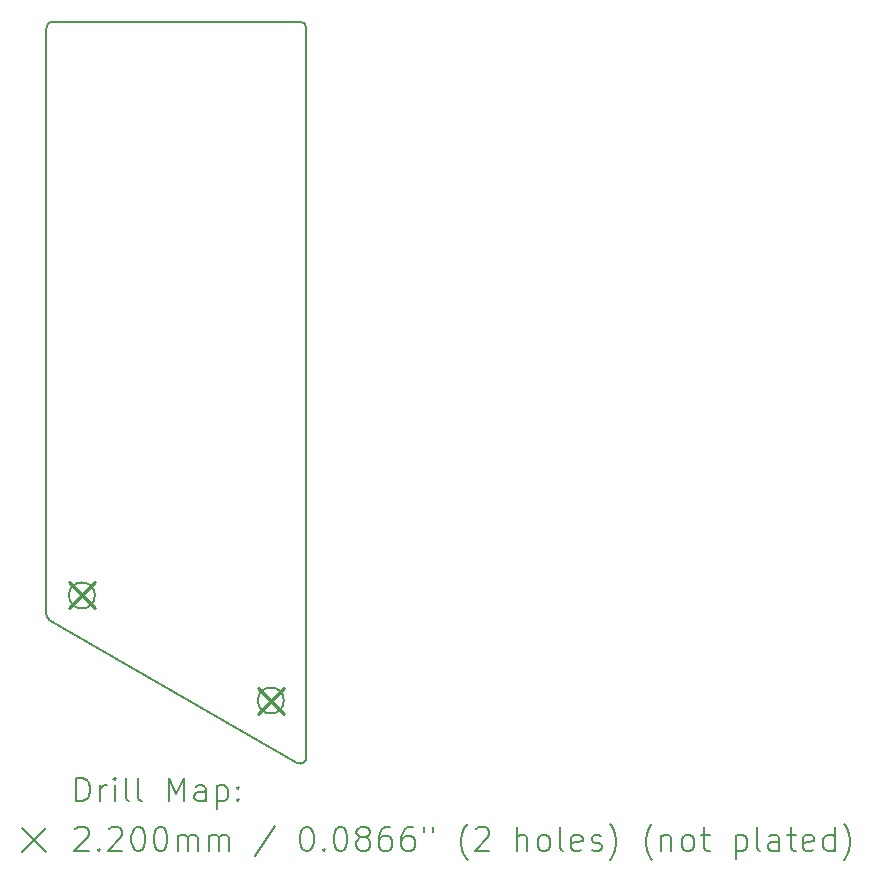
<source format=gbr>
%TF.GenerationSoftware,KiCad,Pcbnew,8.0.6+1*%
%TF.CreationDate,2024-11-30T16:17:36+00:00*%
%TF.ProjectId,controller_overlay,636f6e74-726f-46c6-9c65-725f6f766572,0.2*%
%TF.SameCoordinates,Original*%
%TF.FileFunction,Drillmap*%
%TF.FilePolarity,Positive*%
%FSLAX45Y45*%
G04 Gerber Fmt 4.5, Leading zero omitted, Abs format (unit mm)*
G04 Created by KiCad (PCBNEW 8.0.6+1) date 2024-11-30 16:17:36*
%MOMM*%
%LPD*%
G01*
G04 APERTURE LIST*
%ADD10C,0.150000*%
%ADD11C,0.200000*%
%ADD12C,0.220000*%
G04 APERTURE END LIST*
D10*
X18200000Y-10930848D02*
X18200000Y-5962500D01*
X18250000Y-5912500D02*
X20350000Y-5912500D01*
X20400000Y-5962500D02*
X20400000Y-12143284D01*
X20325000Y-12186585D02*
X18225000Y-10974150D01*
X18200000Y-5962500D02*
G75*
G02*
X18250000Y-5912500I50000J0D01*
G01*
X20350000Y-5912500D02*
G75*
G02*
X20400000Y-5962500I0J-50000D01*
G01*
X20400000Y-12143284D02*
G75*
G02*
X20324988Y-12186606I-50000J-28D01*
G01*
X18225000Y-10974150D02*
G75*
G02*
X18200002Y-10930848I25000J43300D01*
G01*
X18610000Y-10770000D02*
G75*
G02*
X18390000Y-10770000I-110000J0D01*
G01*
X18390000Y-10770000D02*
G75*
G02*
X18610000Y-10770000I110000J0D01*
G01*
X20210000Y-11660000D02*
G75*
G02*
X19990000Y-11660000I-110000J0D01*
G01*
X19990000Y-11660000D02*
G75*
G02*
X20210000Y-11660000I110000J0D01*
G01*
D11*
D12*
X18390000Y-10660000D02*
X18610000Y-10880000D01*
X18610000Y-10660000D02*
X18390000Y-10880000D01*
X19990000Y-11550000D02*
X20210000Y-11770000D01*
X20210000Y-11550000D02*
X19990000Y-11770000D01*
D11*
X18453277Y-12512296D02*
X18453277Y-12312296D01*
X18453277Y-12312296D02*
X18500896Y-12312296D01*
X18500896Y-12312296D02*
X18529467Y-12321820D01*
X18529467Y-12321820D02*
X18548515Y-12340867D01*
X18548515Y-12340867D02*
X18558039Y-12359915D01*
X18558039Y-12359915D02*
X18567563Y-12398010D01*
X18567563Y-12398010D02*
X18567563Y-12426582D01*
X18567563Y-12426582D02*
X18558039Y-12464677D01*
X18558039Y-12464677D02*
X18548515Y-12483724D01*
X18548515Y-12483724D02*
X18529467Y-12502772D01*
X18529467Y-12502772D02*
X18500896Y-12512296D01*
X18500896Y-12512296D02*
X18453277Y-12512296D01*
X18653277Y-12512296D02*
X18653277Y-12378962D01*
X18653277Y-12417058D02*
X18662801Y-12398010D01*
X18662801Y-12398010D02*
X18672324Y-12388486D01*
X18672324Y-12388486D02*
X18691372Y-12378962D01*
X18691372Y-12378962D02*
X18710420Y-12378962D01*
X18777086Y-12512296D02*
X18777086Y-12378962D01*
X18777086Y-12312296D02*
X18767563Y-12321820D01*
X18767563Y-12321820D02*
X18777086Y-12331343D01*
X18777086Y-12331343D02*
X18786610Y-12321820D01*
X18786610Y-12321820D02*
X18777086Y-12312296D01*
X18777086Y-12312296D02*
X18777086Y-12331343D01*
X18900896Y-12512296D02*
X18881848Y-12502772D01*
X18881848Y-12502772D02*
X18872324Y-12483724D01*
X18872324Y-12483724D02*
X18872324Y-12312296D01*
X19005658Y-12512296D02*
X18986610Y-12502772D01*
X18986610Y-12502772D02*
X18977086Y-12483724D01*
X18977086Y-12483724D02*
X18977086Y-12312296D01*
X19234229Y-12512296D02*
X19234229Y-12312296D01*
X19234229Y-12312296D02*
X19300896Y-12455153D01*
X19300896Y-12455153D02*
X19367563Y-12312296D01*
X19367563Y-12312296D02*
X19367563Y-12512296D01*
X19548515Y-12512296D02*
X19548515Y-12407534D01*
X19548515Y-12407534D02*
X19538991Y-12388486D01*
X19538991Y-12388486D02*
X19519944Y-12378962D01*
X19519944Y-12378962D02*
X19481848Y-12378962D01*
X19481848Y-12378962D02*
X19462801Y-12388486D01*
X19548515Y-12502772D02*
X19529467Y-12512296D01*
X19529467Y-12512296D02*
X19481848Y-12512296D01*
X19481848Y-12512296D02*
X19462801Y-12502772D01*
X19462801Y-12502772D02*
X19453277Y-12483724D01*
X19453277Y-12483724D02*
X19453277Y-12464677D01*
X19453277Y-12464677D02*
X19462801Y-12445629D01*
X19462801Y-12445629D02*
X19481848Y-12436105D01*
X19481848Y-12436105D02*
X19529467Y-12436105D01*
X19529467Y-12436105D02*
X19548515Y-12426582D01*
X19643753Y-12378962D02*
X19643753Y-12578962D01*
X19643753Y-12388486D02*
X19662801Y-12378962D01*
X19662801Y-12378962D02*
X19700896Y-12378962D01*
X19700896Y-12378962D02*
X19719944Y-12388486D01*
X19719944Y-12388486D02*
X19729467Y-12398010D01*
X19729467Y-12398010D02*
X19738991Y-12417058D01*
X19738991Y-12417058D02*
X19738991Y-12474201D01*
X19738991Y-12474201D02*
X19729467Y-12493248D01*
X19729467Y-12493248D02*
X19719944Y-12502772D01*
X19719944Y-12502772D02*
X19700896Y-12512296D01*
X19700896Y-12512296D02*
X19662801Y-12512296D01*
X19662801Y-12512296D02*
X19643753Y-12502772D01*
X19824705Y-12493248D02*
X19834229Y-12502772D01*
X19834229Y-12502772D02*
X19824705Y-12512296D01*
X19824705Y-12512296D02*
X19815182Y-12502772D01*
X19815182Y-12502772D02*
X19824705Y-12493248D01*
X19824705Y-12493248D02*
X19824705Y-12512296D01*
X19824705Y-12388486D02*
X19834229Y-12398010D01*
X19834229Y-12398010D02*
X19824705Y-12407534D01*
X19824705Y-12407534D02*
X19815182Y-12398010D01*
X19815182Y-12398010D02*
X19824705Y-12388486D01*
X19824705Y-12388486D02*
X19824705Y-12407534D01*
X17992500Y-12740812D02*
X18192500Y-12940812D01*
X18192500Y-12740812D02*
X17992500Y-12940812D01*
X18443753Y-12751343D02*
X18453277Y-12741820D01*
X18453277Y-12741820D02*
X18472324Y-12732296D01*
X18472324Y-12732296D02*
X18519944Y-12732296D01*
X18519944Y-12732296D02*
X18538991Y-12741820D01*
X18538991Y-12741820D02*
X18548515Y-12751343D01*
X18548515Y-12751343D02*
X18558039Y-12770391D01*
X18558039Y-12770391D02*
X18558039Y-12789439D01*
X18558039Y-12789439D02*
X18548515Y-12818010D01*
X18548515Y-12818010D02*
X18434229Y-12932296D01*
X18434229Y-12932296D02*
X18558039Y-12932296D01*
X18643753Y-12913248D02*
X18653277Y-12922772D01*
X18653277Y-12922772D02*
X18643753Y-12932296D01*
X18643753Y-12932296D02*
X18634229Y-12922772D01*
X18634229Y-12922772D02*
X18643753Y-12913248D01*
X18643753Y-12913248D02*
X18643753Y-12932296D01*
X18729467Y-12751343D02*
X18738991Y-12741820D01*
X18738991Y-12741820D02*
X18758039Y-12732296D01*
X18758039Y-12732296D02*
X18805658Y-12732296D01*
X18805658Y-12732296D02*
X18824705Y-12741820D01*
X18824705Y-12741820D02*
X18834229Y-12751343D01*
X18834229Y-12751343D02*
X18843753Y-12770391D01*
X18843753Y-12770391D02*
X18843753Y-12789439D01*
X18843753Y-12789439D02*
X18834229Y-12818010D01*
X18834229Y-12818010D02*
X18719944Y-12932296D01*
X18719944Y-12932296D02*
X18843753Y-12932296D01*
X18967563Y-12732296D02*
X18986610Y-12732296D01*
X18986610Y-12732296D02*
X19005658Y-12741820D01*
X19005658Y-12741820D02*
X19015182Y-12751343D01*
X19015182Y-12751343D02*
X19024705Y-12770391D01*
X19024705Y-12770391D02*
X19034229Y-12808486D01*
X19034229Y-12808486D02*
X19034229Y-12856105D01*
X19034229Y-12856105D02*
X19024705Y-12894201D01*
X19024705Y-12894201D02*
X19015182Y-12913248D01*
X19015182Y-12913248D02*
X19005658Y-12922772D01*
X19005658Y-12922772D02*
X18986610Y-12932296D01*
X18986610Y-12932296D02*
X18967563Y-12932296D01*
X18967563Y-12932296D02*
X18948515Y-12922772D01*
X18948515Y-12922772D02*
X18938991Y-12913248D01*
X18938991Y-12913248D02*
X18929467Y-12894201D01*
X18929467Y-12894201D02*
X18919944Y-12856105D01*
X18919944Y-12856105D02*
X18919944Y-12808486D01*
X18919944Y-12808486D02*
X18929467Y-12770391D01*
X18929467Y-12770391D02*
X18938991Y-12751343D01*
X18938991Y-12751343D02*
X18948515Y-12741820D01*
X18948515Y-12741820D02*
X18967563Y-12732296D01*
X19158039Y-12732296D02*
X19177086Y-12732296D01*
X19177086Y-12732296D02*
X19196134Y-12741820D01*
X19196134Y-12741820D02*
X19205658Y-12751343D01*
X19205658Y-12751343D02*
X19215182Y-12770391D01*
X19215182Y-12770391D02*
X19224705Y-12808486D01*
X19224705Y-12808486D02*
X19224705Y-12856105D01*
X19224705Y-12856105D02*
X19215182Y-12894201D01*
X19215182Y-12894201D02*
X19205658Y-12913248D01*
X19205658Y-12913248D02*
X19196134Y-12922772D01*
X19196134Y-12922772D02*
X19177086Y-12932296D01*
X19177086Y-12932296D02*
X19158039Y-12932296D01*
X19158039Y-12932296D02*
X19138991Y-12922772D01*
X19138991Y-12922772D02*
X19129467Y-12913248D01*
X19129467Y-12913248D02*
X19119944Y-12894201D01*
X19119944Y-12894201D02*
X19110420Y-12856105D01*
X19110420Y-12856105D02*
X19110420Y-12808486D01*
X19110420Y-12808486D02*
X19119944Y-12770391D01*
X19119944Y-12770391D02*
X19129467Y-12751343D01*
X19129467Y-12751343D02*
X19138991Y-12741820D01*
X19138991Y-12741820D02*
X19158039Y-12732296D01*
X19310420Y-12932296D02*
X19310420Y-12798962D01*
X19310420Y-12818010D02*
X19319944Y-12808486D01*
X19319944Y-12808486D02*
X19338991Y-12798962D01*
X19338991Y-12798962D02*
X19367563Y-12798962D01*
X19367563Y-12798962D02*
X19386610Y-12808486D01*
X19386610Y-12808486D02*
X19396134Y-12827534D01*
X19396134Y-12827534D02*
X19396134Y-12932296D01*
X19396134Y-12827534D02*
X19405658Y-12808486D01*
X19405658Y-12808486D02*
X19424705Y-12798962D01*
X19424705Y-12798962D02*
X19453277Y-12798962D01*
X19453277Y-12798962D02*
X19472325Y-12808486D01*
X19472325Y-12808486D02*
X19481848Y-12827534D01*
X19481848Y-12827534D02*
X19481848Y-12932296D01*
X19577086Y-12932296D02*
X19577086Y-12798962D01*
X19577086Y-12818010D02*
X19586610Y-12808486D01*
X19586610Y-12808486D02*
X19605658Y-12798962D01*
X19605658Y-12798962D02*
X19634229Y-12798962D01*
X19634229Y-12798962D02*
X19653277Y-12808486D01*
X19653277Y-12808486D02*
X19662801Y-12827534D01*
X19662801Y-12827534D02*
X19662801Y-12932296D01*
X19662801Y-12827534D02*
X19672325Y-12808486D01*
X19672325Y-12808486D02*
X19691372Y-12798962D01*
X19691372Y-12798962D02*
X19719944Y-12798962D01*
X19719944Y-12798962D02*
X19738991Y-12808486D01*
X19738991Y-12808486D02*
X19748515Y-12827534D01*
X19748515Y-12827534D02*
X19748515Y-12932296D01*
X20138991Y-12722772D02*
X19967563Y-12979915D01*
X20396134Y-12732296D02*
X20415182Y-12732296D01*
X20415182Y-12732296D02*
X20434229Y-12741820D01*
X20434229Y-12741820D02*
X20443753Y-12751343D01*
X20443753Y-12751343D02*
X20453277Y-12770391D01*
X20453277Y-12770391D02*
X20462801Y-12808486D01*
X20462801Y-12808486D02*
X20462801Y-12856105D01*
X20462801Y-12856105D02*
X20453277Y-12894201D01*
X20453277Y-12894201D02*
X20443753Y-12913248D01*
X20443753Y-12913248D02*
X20434229Y-12922772D01*
X20434229Y-12922772D02*
X20415182Y-12932296D01*
X20415182Y-12932296D02*
X20396134Y-12932296D01*
X20396134Y-12932296D02*
X20377087Y-12922772D01*
X20377087Y-12922772D02*
X20367563Y-12913248D01*
X20367563Y-12913248D02*
X20358039Y-12894201D01*
X20358039Y-12894201D02*
X20348515Y-12856105D01*
X20348515Y-12856105D02*
X20348515Y-12808486D01*
X20348515Y-12808486D02*
X20358039Y-12770391D01*
X20358039Y-12770391D02*
X20367563Y-12751343D01*
X20367563Y-12751343D02*
X20377087Y-12741820D01*
X20377087Y-12741820D02*
X20396134Y-12732296D01*
X20548515Y-12913248D02*
X20558039Y-12922772D01*
X20558039Y-12922772D02*
X20548515Y-12932296D01*
X20548515Y-12932296D02*
X20538991Y-12922772D01*
X20538991Y-12922772D02*
X20548515Y-12913248D01*
X20548515Y-12913248D02*
X20548515Y-12932296D01*
X20681848Y-12732296D02*
X20700896Y-12732296D01*
X20700896Y-12732296D02*
X20719944Y-12741820D01*
X20719944Y-12741820D02*
X20729468Y-12751343D01*
X20729468Y-12751343D02*
X20738991Y-12770391D01*
X20738991Y-12770391D02*
X20748515Y-12808486D01*
X20748515Y-12808486D02*
X20748515Y-12856105D01*
X20748515Y-12856105D02*
X20738991Y-12894201D01*
X20738991Y-12894201D02*
X20729468Y-12913248D01*
X20729468Y-12913248D02*
X20719944Y-12922772D01*
X20719944Y-12922772D02*
X20700896Y-12932296D01*
X20700896Y-12932296D02*
X20681848Y-12932296D01*
X20681848Y-12932296D02*
X20662801Y-12922772D01*
X20662801Y-12922772D02*
X20653277Y-12913248D01*
X20653277Y-12913248D02*
X20643753Y-12894201D01*
X20643753Y-12894201D02*
X20634229Y-12856105D01*
X20634229Y-12856105D02*
X20634229Y-12808486D01*
X20634229Y-12808486D02*
X20643753Y-12770391D01*
X20643753Y-12770391D02*
X20653277Y-12751343D01*
X20653277Y-12751343D02*
X20662801Y-12741820D01*
X20662801Y-12741820D02*
X20681848Y-12732296D01*
X20862801Y-12818010D02*
X20843753Y-12808486D01*
X20843753Y-12808486D02*
X20834229Y-12798962D01*
X20834229Y-12798962D02*
X20824706Y-12779915D01*
X20824706Y-12779915D02*
X20824706Y-12770391D01*
X20824706Y-12770391D02*
X20834229Y-12751343D01*
X20834229Y-12751343D02*
X20843753Y-12741820D01*
X20843753Y-12741820D02*
X20862801Y-12732296D01*
X20862801Y-12732296D02*
X20900896Y-12732296D01*
X20900896Y-12732296D02*
X20919944Y-12741820D01*
X20919944Y-12741820D02*
X20929468Y-12751343D01*
X20929468Y-12751343D02*
X20938991Y-12770391D01*
X20938991Y-12770391D02*
X20938991Y-12779915D01*
X20938991Y-12779915D02*
X20929468Y-12798962D01*
X20929468Y-12798962D02*
X20919944Y-12808486D01*
X20919944Y-12808486D02*
X20900896Y-12818010D01*
X20900896Y-12818010D02*
X20862801Y-12818010D01*
X20862801Y-12818010D02*
X20843753Y-12827534D01*
X20843753Y-12827534D02*
X20834229Y-12837058D01*
X20834229Y-12837058D02*
X20824706Y-12856105D01*
X20824706Y-12856105D02*
X20824706Y-12894201D01*
X20824706Y-12894201D02*
X20834229Y-12913248D01*
X20834229Y-12913248D02*
X20843753Y-12922772D01*
X20843753Y-12922772D02*
X20862801Y-12932296D01*
X20862801Y-12932296D02*
X20900896Y-12932296D01*
X20900896Y-12932296D02*
X20919944Y-12922772D01*
X20919944Y-12922772D02*
X20929468Y-12913248D01*
X20929468Y-12913248D02*
X20938991Y-12894201D01*
X20938991Y-12894201D02*
X20938991Y-12856105D01*
X20938991Y-12856105D02*
X20929468Y-12837058D01*
X20929468Y-12837058D02*
X20919944Y-12827534D01*
X20919944Y-12827534D02*
X20900896Y-12818010D01*
X21110420Y-12732296D02*
X21072325Y-12732296D01*
X21072325Y-12732296D02*
X21053277Y-12741820D01*
X21053277Y-12741820D02*
X21043753Y-12751343D01*
X21043753Y-12751343D02*
X21024706Y-12779915D01*
X21024706Y-12779915D02*
X21015182Y-12818010D01*
X21015182Y-12818010D02*
X21015182Y-12894201D01*
X21015182Y-12894201D02*
X21024706Y-12913248D01*
X21024706Y-12913248D02*
X21034229Y-12922772D01*
X21034229Y-12922772D02*
X21053277Y-12932296D01*
X21053277Y-12932296D02*
X21091372Y-12932296D01*
X21091372Y-12932296D02*
X21110420Y-12922772D01*
X21110420Y-12922772D02*
X21119944Y-12913248D01*
X21119944Y-12913248D02*
X21129468Y-12894201D01*
X21129468Y-12894201D02*
X21129468Y-12846582D01*
X21129468Y-12846582D02*
X21119944Y-12827534D01*
X21119944Y-12827534D02*
X21110420Y-12818010D01*
X21110420Y-12818010D02*
X21091372Y-12808486D01*
X21091372Y-12808486D02*
X21053277Y-12808486D01*
X21053277Y-12808486D02*
X21034229Y-12818010D01*
X21034229Y-12818010D02*
X21024706Y-12827534D01*
X21024706Y-12827534D02*
X21015182Y-12846582D01*
X21300896Y-12732296D02*
X21262801Y-12732296D01*
X21262801Y-12732296D02*
X21243753Y-12741820D01*
X21243753Y-12741820D02*
X21234229Y-12751343D01*
X21234229Y-12751343D02*
X21215182Y-12779915D01*
X21215182Y-12779915D02*
X21205658Y-12818010D01*
X21205658Y-12818010D02*
X21205658Y-12894201D01*
X21205658Y-12894201D02*
X21215182Y-12913248D01*
X21215182Y-12913248D02*
X21224706Y-12922772D01*
X21224706Y-12922772D02*
X21243753Y-12932296D01*
X21243753Y-12932296D02*
X21281849Y-12932296D01*
X21281849Y-12932296D02*
X21300896Y-12922772D01*
X21300896Y-12922772D02*
X21310420Y-12913248D01*
X21310420Y-12913248D02*
X21319944Y-12894201D01*
X21319944Y-12894201D02*
X21319944Y-12846582D01*
X21319944Y-12846582D02*
X21310420Y-12827534D01*
X21310420Y-12827534D02*
X21300896Y-12818010D01*
X21300896Y-12818010D02*
X21281849Y-12808486D01*
X21281849Y-12808486D02*
X21243753Y-12808486D01*
X21243753Y-12808486D02*
X21224706Y-12818010D01*
X21224706Y-12818010D02*
X21215182Y-12827534D01*
X21215182Y-12827534D02*
X21205658Y-12846582D01*
X21396134Y-12732296D02*
X21396134Y-12770391D01*
X21472325Y-12732296D02*
X21472325Y-12770391D01*
X21767563Y-13008486D02*
X21758039Y-12998962D01*
X21758039Y-12998962D02*
X21738991Y-12970391D01*
X21738991Y-12970391D02*
X21729468Y-12951343D01*
X21729468Y-12951343D02*
X21719944Y-12922772D01*
X21719944Y-12922772D02*
X21710420Y-12875153D01*
X21710420Y-12875153D02*
X21710420Y-12837058D01*
X21710420Y-12837058D02*
X21719944Y-12789439D01*
X21719944Y-12789439D02*
X21729468Y-12760867D01*
X21729468Y-12760867D02*
X21738991Y-12741820D01*
X21738991Y-12741820D02*
X21758039Y-12713248D01*
X21758039Y-12713248D02*
X21767563Y-12703724D01*
X21834230Y-12751343D02*
X21843753Y-12741820D01*
X21843753Y-12741820D02*
X21862801Y-12732296D01*
X21862801Y-12732296D02*
X21910420Y-12732296D01*
X21910420Y-12732296D02*
X21929468Y-12741820D01*
X21929468Y-12741820D02*
X21938991Y-12751343D01*
X21938991Y-12751343D02*
X21948515Y-12770391D01*
X21948515Y-12770391D02*
X21948515Y-12789439D01*
X21948515Y-12789439D02*
X21938991Y-12818010D01*
X21938991Y-12818010D02*
X21824706Y-12932296D01*
X21824706Y-12932296D02*
X21948515Y-12932296D01*
X22186611Y-12932296D02*
X22186611Y-12732296D01*
X22272325Y-12932296D02*
X22272325Y-12827534D01*
X22272325Y-12827534D02*
X22262801Y-12808486D01*
X22262801Y-12808486D02*
X22243753Y-12798962D01*
X22243753Y-12798962D02*
X22215182Y-12798962D01*
X22215182Y-12798962D02*
X22196134Y-12808486D01*
X22196134Y-12808486D02*
X22186611Y-12818010D01*
X22396134Y-12932296D02*
X22377087Y-12922772D01*
X22377087Y-12922772D02*
X22367563Y-12913248D01*
X22367563Y-12913248D02*
X22358039Y-12894201D01*
X22358039Y-12894201D02*
X22358039Y-12837058D01*
X22358039Y-12837058D02*
X22367563Y-12818010D01*
X22367563Y-12818010D02*
X22377087Y-12808486D01*
X22377087Y-12808486D02*
X22396134Y-12798962D01*
X22396134Y-12798962D02*
X22424706Y-12798962D01*
X22424706Y-12798962D02*
X22443753Y-12808486D01*
X22443753Y-12808486D02*
X22453277Y-12818010D01*
X22453277Y-12818010D02*
X22462801Y-12837058D01*
X22462801Y-12837058D02*
X22462801Y-12894201D01*
X22462801Y-12894201D02*
X22453277Y-12913248D01*
X22453277Y-12913248D02*
X22443753Y-12922772D01*
X22443753Y-12922772D02*
X22424706Y-12932296D01*
X22424706Y-12932296D02*
X22396134Y-12932296D01*
X22577087Y-12932296D02*
X22558039Y-12922772D01*
X22558039Y-12922772D02*
X22548515Y-12903724D01*
X22548515Y-12903724D02*
X22548515Y-12732296D01*
X22729468Y-12922772D02*
X22710420Y-12932296D01*
X22710420Y-12932296D02*
X22672325Y-12932296D01*
X22672325Y-12932296D02*
X22653277Y-12922772D01*
X22653277Y-12922772D02*
X22643753Y-12903724D01*
X22643753Y-12903724D02*
X22643753Y-12827534D01*
X22643753Y-12827534D02*
X22653277Y-12808486D01*
X22653277Y-12808486D02*
X22672325Y-12798962D01*
X22672325Y-12798962D02*
X22710420Y-12798962D01*
X22710420Y-12798962D02*
X22729468Y-12808486D01*
X22729468Y-12808486D02*
X22738991Y-12827534D01*
X22738991Y-12827534D02*
X22738991Y-12846582D01*
X22738991Y-12846582D02*
X22643753Y-12865629D01*
X22815182Y-12922772D02*
X22834230Y-12932296D01*
X22834230Y-12932296D02*
X22872325Y-12932296D01*
X22872325Y-12932296D02*
X22891372Y-12922772D01*
X22891372Y-12922772D02*
X22900896Y-12903724D01*
X22900896Y-12903724D02*
X22900896Y-12894201D01*
X22900896Y-12894201D02*
X22891372Y-12875153D01*
X22891372Y-12875153D02*
X22872325Y-12865629D01*
X22872325Y-12865629D02*
X22843753Y-12865629D01*
X22843753Y-12865629D02*
X22824706Y-12856105D01*
X22824706Y-12856105D02*
X22815182Y-12837058D01*
X22815182Y-12837058D02*
X22815182Y-12827534D01*
X22815182Y-12827534D02*
X22824706Y-12808486D01*
X22824706Y-12808486D02*
X22843753Y-12798962D01*
X22843753Y-12798962D02*
X22872325Y-12798962D01*
X22872325Y-12798962D02*
X22891372Y-12808486D01*
X22967563Y-13008486D02*
X22977087Y-12998962D01*
X22977087Y-12998962D02*
X22996134Y-12970391D01*
X22996134Y-12970391D02*
X23005658Y-12951343D01*
X23005658Y-12951343D02*
X23015182Y-12922772D01*
X23015182Y-12922772D02*
X23024706Y-12875153D01*
X23024706Y-12875153D02*
X23024706Y-12837058D01*
X23024706Y-12837058D02*
X23015182Y-12789439D01*
X23015182Y-12789439D02*
X23005658Y-12760867D01*
X23005658Y-12760867D02*
X22996134Y-12741820D01*
X22996134Y-12741820D02*
X22977087Y-12713248D01*
X22977087Y-12713248D02*
X22967563Y-12703724D01*
X23329468Y-13008486D02*
X23319944Y-12998962D01*
X23319944Y-12998962D02*
X23300896Y-12970391D01*
X23300896Y-12970391D02*
X23291372Y-12951343D01*
X23291372Y-12951343D02*
X23281849Y-12922772D01*
X23281849Y-12922772D02*
X23272325Y-12875153D01*
X23272325Y-12875153D02*
X23272325Y-12837058D01*
X23272325Y-12837058D02*
X23281849Y-12789439D01*
X23281849Y-12789439D02*
X23291372Y-12760867D01*
X23291372Y-12760867D02*
X23300896Y-12741820D01*
X23300896Y-12741820D02*
X23319944Y-12713248D01*
X23319944Y-12713248D02*
X23329468Y-12703724D01*
X23405658Y-12798962D02*
X23405658Y-12932296D01*
X23405658Y-12818010D02*
X23415182Y-12808486D01*
X23415182Y-12808486D02*
X23434230Y-12798962D01*
X23434230Y-12798962D02*
X23462801Y-12798962D01*
X23462801Y-12798962D02*
X23481849Y-12808486D01*
X23481849Y-12808486D02*
X23491372Y-12827534D01*
X23491372Y-12827534D02*
X23491372Y-12932296D01*
X23615182Y-12932296D02*
X23596134Y-12922772D01*
X23596134Y-12922772D02*
X23586611Y-12913248D01*
X23586611Y-12913248D02*
X23577087Y-12894201D01*
X23577087Y-12894201D02*
X23577087Y-12837058D01*
X23577087Y-12837058D02*
X23586611Y-12818010D01*
X23586611Y-12818010D02*
X23596134Y-12808486D01*
X23596134Y-12808486D02*
X23615182Y-12798962D01*
X23615182Y-12798962D02*
X23643753Y-12798962D01*
X23643753Y-12798962D02*
X23662801Y-12808486D01*
X23662801Y-12808486D02*
X23672325Y-12818010D01*
X23672325Y-12818010D02*
X23681849Y-12837058D01*
X23681849Y-12837058D02*
X23681849Y-12894201D01*
X23681849Y-12894201D02*
X23672325Y-12913248D01*
X23672325Y-12913248D02*
X23662801Y-12922772D01*
X23662801Y-12922772D02*
X23643753Y-12932296D01*
X23643753Y-12932296D02*
X23615182Y-12932296D01*
X23738992Y-12798962D02*
X23815182Y-12798962D01*
X23767563Y-12732296D02*
X23767563Y-12903724D01*
X23767563Y-12903724D02*
X23777087Y-12922772D01*
X23777087Y-12922772D02*
X23796134Y-12932296D01*
X23796134Y-12932296D02*
X23815182Y-12932296D01*
X24034230Y-12798962D02*
X24034230Y-12998962D01*
X24034230Y-12808486D02*
X24053277Y-12798962D01*
X24053277Y-12798962D02*
X24091373Y-12798962D01*
X24091373Y-12798962D02*
X24110420Y-12808486D01*
X24110420Y-12808486D02*
X24119944Y-12818010D01*
X24119944Y-12818010D02*
X24129468Y-12837058D01*
X24129468Y-12837058D02*
X24129468Y-12894201D01*
X24129468Y-12894201D02*
X24119944Y-12913248D01*
X24119944Y-12913248D02*
X24110420Y-12922772D01*
X24110420Y-12922772D02*
X24091373Y-12932296D01*
X24091373Y-12932296D02*
X24053277Y-12932296D01*
X24053277Y-12932296D02*
X24034230Y-12922772D01*
X24243753Y-12932296D02*
X24224706Y-12922772D01*
X24224706Y-12922772D02*
X24215182Y-12903724D01*
X24215182Y-12903724D02*
X24215182Y-12732296D01*
X24405658Y-12932296D02*
X24405658Y-12827534D01*
X24405658Y-12827534D02*
X24396134Y-12808486D01*
X24396134Y-12808486D02*
X24377087Y-12798962D01*
X24377087Y-12798962D02*
X24338992Y-12798962D01*
X24338992Y-12798962D02*
X24319944Y-12808486D01*
X24405658Y-12922772D02*
X24386611Y-12932296D01*
X24386611Y-12932296D02*
X24338992Y-12932296D01*
X24338992Y-12932296D02*
X24319944Y-12922772D01*
X24319944Y-12922772D02*
X24310420Y-12903724D01*
X24310420Y-12903724D02*
X24310420Y-12884677D01*
X24310420Y-12884677D02*
X24319944Y-12865629D01*
X24319944Y-12865629D02*
X24338992Y-12856105D01*
X24338992Y-12856105D02*
X24386611Y-12856105D01*
X24386611Y-12856105D02*
X24405658Y-12846582D01*
X24472325Y-12798962D02*
X24548515Y-12798962D01*
X24500896Y-12732296D02*
X24500896Y-12903724D01*
X24500896Y-12903724D02*
X24510420Y-12922772D01*
X24510420Y-12922772D02*
X24529468Y-12932296D01*
X24529468Y-12932296D02*
X24548515Y-12932296D01*
X24691373Y-12922772D02*
X24672325Y-12932296D01*
X24672325Y-12932296D02*
X24634230Y-12932296D01*
X24634230Y-12932296D02*
X24615182Y-12922772D01*
X24615182Y-12922772D02*
X24605658Y-12903724D01*
X24605658Y-12903724D02*
X24605658Y-12827534D01*
X24605658Y-12827534D02*
X24615182Y-12808486D01*
X24615182Y-12808486D02*
X24634230Y-12798962D01*
X24634230Y-12798962D02*
X24672325Y-12798962D01*
X24672325Y-12798962D02*
X24691373Y-12808486D01*
X24691373Y-12808486D02*
X24700896Y-12827534D01*
X24700896Y-12827534D02*
X24700896Y-12846582D01*
X24700896Y-12846582D02*
X24605658Y-12865629D01*
X24872325Y-12932296D02*
X24872325Y-12732296D01*
X24872325Y-12922772D02*
X24853277Y-12932296D01*
X24853277Y-12932296D02*
X24815182Y-12932296D01*
X24815182Y-12932296D02*
X24796134Y-12922772D01*
X24796134Y-12922772D02*
X24786611Y-12913248D01*
X24786611Y-12913248D02*
X24777087Y-12894201D01*
X24777087Y-12894201D02*
X24777087Y-12837058D01*
X24777087Y-12837058D02*
X24786611Y-12818010D01*
X24786611Y-12818010D02*
X24796134Y-12808486D01*
X24796134Y-12808486D02*
X24815182Y-12798962D01*
X24815182Y-12798962D02*
X24853277Y-12798962D01*
X24853277Y-12798962D02*
X24872325Y-12808486D01*
X24948515Y-13008486D02*
X24958039Y-12998962D01*
X24958039Y-12998962D02*
X24977087Y-12970391D01*
X24977087Y-12970391D02*
X24986611Y-12951343D01*
X24986611Y-12951343D02*
X24996134Y-12922772D01*
X24996134Y-12922772D02*
X25005658Y-12875153D01*
X25005658Y-12875153D02*
X25005658Y-12837058D01*
X25005658Y-12837058D02*
X24996134Y-12789439D01*
X24996134Y-12789439D02*
X24986611Y-12760867D01*
X24986611Y-12760867D02*
X24977087Y-12741820D01*
X24977087Y-12741820D02*
X24958039Y-12713248D01*
X24958039Y-12713248D02*
X24948515Y-12703724D01*
M02*

</source>
